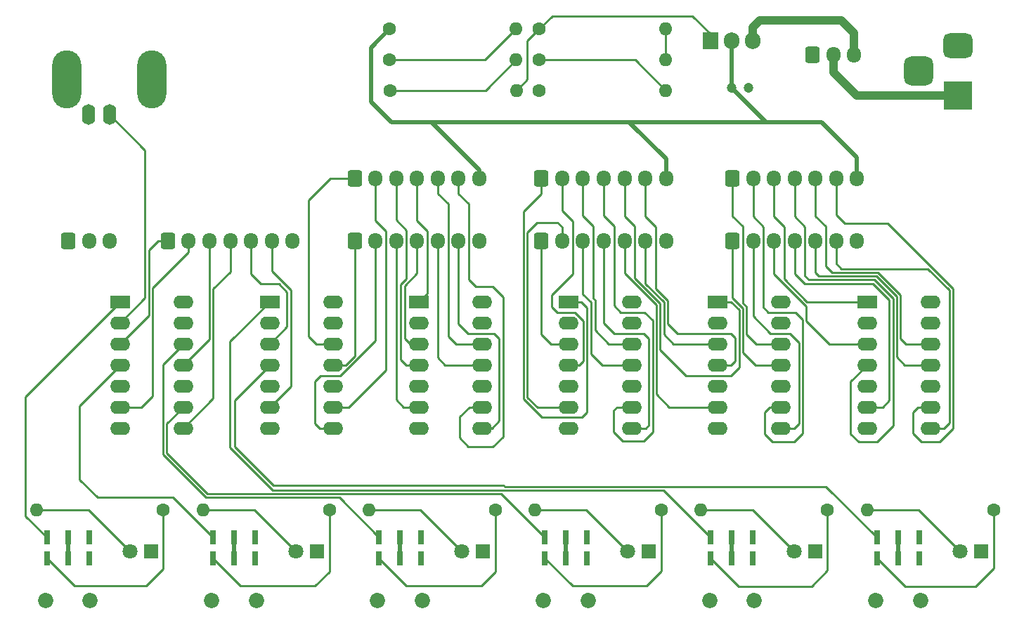
<source format=gbr>
%TF.GenerationSoftware,KiCad,Pcbnew,7.0.8*%
%TF.CreationDate,2024-02-11T23:31:44+01:00*%
%TF.ProjectId,BlankingRelay_Base,426c616e-6b69-46e6-9752-656c61795f42,rev?*%
%TF.SameCoordinates,Original*%
%TF.FileFunction,Copper,L1,Top*%
%TF.FilePolarity,Positive*%
%FSLAX46Y46*%
G04 Gerber Fmt 4.6, Leading zero omitted, Abs format (unit mm)*
G04 Created by KiCad (PCBNEW 7.0.8) date 2024-02-11 23:31:44*
%MOMM*%
%LPD*%
G01*
G04 APERTURE LIST*
G04 Aperture macros list*
%AMRoundRect*
0 Rectangle with rounded corners*
0 $1 Rounding radius*
0 $2 $3 $4 $5 $6 $7 $8 $9 X,Y pos of 4 corners*
0 Add a 4 corners polygon primitive as box body*
4,1,4,$2,$3,$4,$5,$6,$7,$8,$9,$2,$3,0*
0 Add four circle primitives for the rounded corners*
1,1,$1+$1,$2,$3*
1,1,$1+$1,$4,$5*
1,1,$1+$1,$6,$7*
1,1,$1+$1,$8,$9*
0 Add four rect primitives between the rounded corners*
20,1,$1+$1,$2,$3,$4,$5,0*
20,1,$1+$1,$4,$5,$6,$7,0*
20,1,$1+$1,$6,$7,$8,$9,0*
20,1,$1+$1,$8,$9,$2,$3,0*%
G04 Aperture macros list end*
%TA.AperFunction,ComponentPad*%
%ADD10RoundRect,0.250000X-0.600000X-0.725000X0.600000X-0.725000X0.600000X0.725000X-0.600000X0.725000X0*%
%TD*%
%TA.AperFunction,ComponentPad*%
%ADD11O,1.700000X1.950000*%
%TD*%
%TA.AperFunction,ComponentPad*%
%ADD12R,3.500000X3.500000*%
%TD*%
%TA.AperFunction,ComponentPad*%
%ADD13RoundRect,0.750000X-1.000000X0.750000X-1.000000X-0.750000X1.000000X-0.750000X1.000000X0.750000X0*%
%TD*%
%TA.AperFunction,ComponentPad*%
%ADD14RoundRect,0.875000X-0.875000X0.875000X-0.875000X-0.875000X0.875000X-0.875000X0.875000X0.875000X0*%
%TD*%
%TA.AperFunction,ComponentPad*%
%ADD15O,2.400000X1.600000*%
%TD*%
%TA.AperFunction,ComponentPad*%
%ADD16R,2.400000X1.600000*%
%TD*%
%TA.AperFunction,ComponentPad*%
%ADD17C,1.850000*%
%TD*%
%TA.AperFunction,ComponentPad*%
%ADD18R,0.750000X1.750000*%
%TD*%
%TA.AperFunction,ComponentPad*%
%ADD19O,1.600000X1.600000*%
%TD*%
%TA.AperFunction,ComponentPad*%
%ADD20C,1.600000*%
%TD*%
%TA.AperFunction,ComponentPad*%
%ADD21O,1.905000X2.000000*%
%TD*%
%TA.AperFunction,ComponentPad*%
%ADD22R,1.905000X2.000000*%
%TD*%
%TA.AperFunction,ComponentPad*%
%ADD23C,1.200000*%
%TD*%
%TA.AperFunction,ComponentPad*%
%ADD24C,1.800000*%
%TD*%
%TA.AperFunction,ComponentPad*%
%ADD25R,1.800000X1.800000*%
%TD*%
%TA.AperFunction,ComponentPad*%
%ADD26O,1.600200X2.499360*%
%TD*%
%TA.AperFunction,ComponentPad*%
%ADD27O,3.500120X7.000240*%
%TD*%
%TA.AperFunction,Conductor*%
%ADD28C,0.250000*%
%TD*%
%TA.AperFunction,Conductor*%
%ADD29C,0.500000*%
%TD*%
%TA.AperFunction,Conductor*%
%ADD30C,1.000000*%
%TD*%
G04 APERTURE END LIST*
D10*
%TO.P,J11,1,Pin_1*%
%TO.N,GNDREF*%
X55500000Y-77500000D03*
D11*
%TO.P,J11,2,Pin_2*%
X58000000Y-77500000D03*
%TO.P,J11,3,Pin_3*%
X60500000Y-77500000D03*
%TD*%
D10*
%TO.P,J6,1,Pin_1*%
%TO.N,Blanking_Out13*%
X112500000Y-77500000D03*
D11*
%TO.P,J6,2,Pin_2*%
%TO.N,Blanking_Out14*%
X115000000Y-77500000D03*
%TO.P,J6,3,Pin_3*%
%TO.N,Blanking_Out15*%
X117500000Y-77500000D03*
%TO.P,J6,4,Pin_4*%
%TO.N,Blanking_Out16*%
X120000000Y-77500000D03*
%TO.P,J6,5,Pin_5*%
%TO.N,Blanking_Out18*%
X122500000Y-77500000D03*
%TO.P,J6,6,Pin_6*%
%TO.N,Blanking_Out17*%
X125000000Y-77500000D03*
%TO.P,J6,7,Pin_7*%
%TO.N,GNDREF*%
X127500000Y-77500000D03*
%TD*%
%TO.P,J3,7,Pin_7*%
%TO.N,GNDREF*%
X82500000Y-77500000D03*
%TO.P,J3,6,Pin_6*%
%TO.N,Blanking_Out6*%
X80000000Y-77500000D03*
%TO.P,J3,5,Pin_5*%
%TO.N,Blanking_Out5*%
X77500000Y-77500000D03*
%TO.P,J3,4,Pin_4*%
%TO.N,Blanking_Out4*%
X75000000Y-77500000D03*
%TO.P,J3,3,Pin_3*%
%TO.N,Blanking_Out3*%
X72500000Y-77500000D03*
%TO.P,J3,2,Pin_2*%
%TO.N,Blanking_Out2*%
X70000000Y-77500000D03*
D10*
%TO.P,J3,1,Pin_1*%
%TO.N,Blanking_Out1*%
X67500000Y-77500000D03*
%TD*%
D12*
%TO.P,J10,1*%
%TO.N,Net-(J1-Pin_2)*%
X162650000Y-60000000D03*
D13*
%TO.P,J10,2*%
%TO.N,GNDREF*%
X162650000Y-54000000D03*
D14*
X157950000Y-57000000D03*
%TD*%
D15*
%TO.P,U6,14,VCC*%
%TO.N,5V*%
X159370000Y-84850000D03*
%TO.P,U6,13*%
%TO.N,Blanking_In*%
X159370000Y-87390000D03*
%TO.P,U6,12*%
%TO.N,On_23*%
X159370000Y-89930000D03*
%TO.P,U6,11*%
%TO.N,Blanking_Out23*%
X159370000Y-92470000D03*
%TO.P,U6,10*%
%TO.N,Blanking_In*%
X159370000Y-95010000D03*
%TO.P,U6,9*%
%TO.N,On_24*%
X159370000Y-97550000D03*
%TO.P,U6,8*%
%TO.N,Blanking_Out24*%
X159370000Y-100090000D03*
%TO.P,U6,7,GND*%
%TO.N,GNDREF*%
X151750000Y-100090000D03*
%TO.P,U6,6*%
%TO.N,Blanking_Out22*%
X151750000Y-97550000D03*
%TO.P,U6,5*%
%TO.N,Blanking_In*%
X151750000Y-95010000D03*
%TO.P,U6,4*%
%TO.N,On_22*%
X151750000Y-92470000D03*
%TO.P,U6,3*%
%TO.N,Blanking_Out21*%
X151750000Y-89930000D03*
%TO.P,U6,2*%
%TO.N,Blanking_In*%
X151750000Y-87390000D03*
D16*
%TO.P,U6,1*%
%TO.N,On_21*%
X151750000Y-84850000D03*
%TD*%
D15*
%TO.P,U4,14,VCC*%
%TO.N,5V*%
X123370000Y-84850000D03*
%TO.P,U4,13*%
%TO.N,Blanking_In*%
X123370000Y-87390000D03*
%TO.P,U4,12*%
%TO.N,On_15*%
X123370000Y-89930000D03*
%TO.P,U4,11*%
%TO.N,Blanking_Out15*%
X123370000Y-92470000D03*
%TO.P,U4,10*%
%TO.N,Blanking_In*%
X123370000Y-95010000D03*
%TO.P,U4,9*%
%TO.N,On_16*%
X123370000Y-97550000D03*
%TO.P,U4,8*%
%TO.N,Blanking_Out16*%
X123370000Y-100090000D03*
%TO.P,U4,7,GND*%
%TO.N,GNDREF*%
X115750000Y-100090000D03*
%TO.P,U4,6*%
%TO.N,Blanking_Out14*%
X115750000Y-97550000D03*
%TO.P,U4,5*%
%TO.N,Blanking_In*%
X115750000Y-95010000D03*
%TO.P,U4,4*%
%TO.N,On_14*%
X115750000Y-92470000D03*
%TO.P,U4,3*%
%TO.N,Blanking_Out13*%
X115750000Y-89930000D03*
%TO.P,U4,2*%
%TO.N,Blanking_In*%
X115750000Y-87390000D03*
D16*
%TO.P,U4,1*%
%TO.N,On_13*%
X115750000Y-84850000D03*
%TD*%
D10*
%TO.P,J4,1,Pin_1*%
%TO.N,Blanking_Out7*%
X90000000Y-77500000D03*
D11*
%TO.P,J4,2,Pin_2*%
%TO.N,Blanking_Out8*%
X92500000Y-77500000D03*
%TO.P,J4,3,Pin_3*%
%TO.N,Blanking_Out9*%
X95000000Y-77500000D03*
%TO.P,J4,4,Pin_4*%
%TO.N,Blanking_Out10*%
X97500000Y-77500000D03*
%TO.P,J4,5,Pin_5*%
%TO.N,Blanking_Out11*%
X100000000Y-77500000D03*
%TO.P,J4,6,Pin_6*%
%TO.N,Blanking_Out12*%
X102500000Y-77500000D03*
%TO.P,J4,7,Pin_7*%
%TO.N,GNDREF*%
X105000000Y-77500000D03*
%TD*%
D10*
%TO.P,J7,1,Pin_1*%
%TO.N,On_13*%
X112500000Y-70000000D03*
D11*
%TO.P,J7,2,Pin_2*%
%TO.N,On_14*%
X115000000Y-70000000D03*
%TO.P,J7,3,Pin_3*%
%TO.N,On_15*%
X117500000Y-70000000D03*
%TO.P,J7,4,Pin_4*%
%TO.N,On_16*%
X120000000Y-70000000D03*
%TO.P,J7,5,Pin_5*%
%TO.N,On_17*%
X122500000Y-70000000D03*
%TO.P,J7,6,Pin_6*%
%TO.N,On_18*%
X125000000Y-70000000D03*
%TO.P,J7,7,Pin_7*%
%TO.N,5V*%
X127500000Y-70000000D03*
%TD*%
D10*
%TO.P,J8,1,Pin_1*%
%TO.N,Blanking_Out19*%
X135500000Y-77500000D03*
D11*
%TO.P,J8,2,Pin_2*%
%TO.N,Blanking_Out20*%
X138000000Y-77500000D03*
%TO.P,J8,3,Pin_3*%
%TO.N,Blanking_Out21*%
X140500000Y-77500000D03*
%TO.P,J8,4,Pin_4*%
%TO.N,Blanking_Out22*%
X143000000Y-77500000D03*
%TO.P,J8,5,Pin_5*%
%TO.N,Blanking_Out23*%
X145500000Y-77500000D03*
%TO.P,J8,6,Pin_6*%
%TO.N,Blanking_Out24*%
X148000000Y-77500000D03*
%TO.P,J8,7,Pin_7*%
%TO.N,GNDREF*%
X150500000Y-77500000D03*
%TD*%
%TO.P,J5,7,Pin_7*%
%TO.N,5V*%
X105000000Y-70000000D03*
%TO.P,J5,6,Pin_6*%
%TO.N,On_12*%
X102500000Y-70000000D03*
%TO.P,J5,5,Pin_5*%
%TO.N,On_11*%
X100000000Y-70000000D03*
%TO.P,J5,4,Pin_4*%
%TO.N,On_10*%
X97500000Y-70000000D03*
%TO.P,J5,3,Pin_3*%
%TO.N,On_9*%
X95000000Y-70000000D03*
%TO.P,J5,2,Pin_2*%
%TO.N,On_8*%
X92500000Y-70000000D03*
D10*
%TO.P,J5,1,Pin_1*%
%TO.N,On_7*%
X90000000Y-70000000D03*
%TD*%
D15*
%TO.P,U5,14,VCC*%
%TO.N,5V*%
X141370000Y-84850000D03*
%TO.P,U5,13*%
%TO.N,Blanking_In*%
X141370000Y-87390000D03*
%TO.P,U5,12*%
%TO.N,On_19*%
X141370000Y-89930000D03*
%TO.P,U5,11*%
%TO.N,Blanking_Out19*%
X141370000Y-92470000D03*
%TO.P,U5,10*%
%TO.N,Blanking_In*%
X141370000Y-95010000D03*
%TO.P,U5,9*%
%TO.N,On_20*%
X141370000Y-97550000D03*
%TO.P,U5,8*%
%TO.N,Blanking_Out20*%
X141370000Y-100090000D03*
%TO.P,U5,7,GND*%
%TO.N,GNDREF*%
X133750000Y-100090000D03*
%TO.P,U5,6*%
%TO.N,Blanking_Out18*%
X133750000Y-97550000D03*
%TO.P,U5,5*%
%TO.N,Blanking_In*%
X133750000Y-95010000D03*
%TO.P,U5,4*%
%TO.N,On_18*%
X133750000Y-92470000D03*
%TO.P,U5,3*%
%TO.N,Blanking_Out17*%
X133750000Y-89930000D03*
%TO.P,U5,2*%
%TO.N,Blanking_In*%
X133750000Y-87390000D03*
D16*
%TO.P,U5,1*%
%TO.N,On_17*%
X133750000Y-84850000D03*
%TD*%
D15*
%TO.P,U2,14,VCC*%
%TO.N,5V*%
X87370000Y-84850000D03*
%TO.P,U2,13*%
%TO.N,Blanking_In*%
X87370000Y-87390000D03*
%TO.P,U2,12*%
%TO.N,On_7*%
X87370000Y-89930000D03*
%TO.P,U2,11*%
%TO.N,Blanking_Out7*%
X87370000Y-92470000D03*
%TO.P,U2,10*%
%TO.N,Blanking_In*%
X87370000Y-95010000D03*
%TO.P,U2,9*%
%TO.N,On_8*%
X87370000Y-97550000D03*
%TO.P,U2,8*%
%TO.N,Blanking_Out8*%
X87370000Y-100090000D03*
%TO.P,U2,7,GND*%
%TO.N,GNDREF*%
X79750000Y-100090000D03*
%TO.P,U2,6*%
%TO.N,Blanking_Out6*%
X79750000Y-97550000D03*
%TO.P,U2,5*%
%TO.N,Blanking_In*%
X79750000Y-95010000D03*
%TO.P,U2,4*%
%TO.N,On_6*%
X79750000Y-92470000D03*
%TO.P,U2,3*%
%TO.N,Blanking_Out5*%
X79750000Y-89930000D03*
%TO.P,U2,2*%
%TO.N,Blanking_In*%
X79750000Y-87390000D03*
D16*
%TO.P,U2,1*%
%TO.N,On_5*%
X79750000Y-84850000D03*
%TD*%
D15*
%TO.P,U1,14,VCC*%
%TO.N,5V*%
X69370000Y-84850000D03*
%TO.P,U1,13*%
%TO.N,Blanking_In*%
X69370000Y-87390000D03*
%TO.P,U1,12*%
%TO.N,On_3*%
X69370000Y-89930000D03*
%TO.P,U1,11*%
%TO.N,Blanking_Out3*%
X69370000Y-92470000D03*
%TO.P,U1,10*%
%TO.N,Blanking_In*%
X69370000Y-95010000D03*
%TO.P,U1,9*%
%TO.N,On_4*%
X69370000Y-97550000D03*
%TO.P,U1,8*%
%TO.N,Blanking_Out4*%
X69370000Y-100090000D03*
%TO.P,U1,7,GND*%
%TO.N,GNDREF*%
X61750000Y-100090000D03*
%TO.P,U1,6*%
%TO.N,Blanking_Out2*%
X61750000Y-97550000D03*
%TO.P,U1,5*%
%TO.N,Blanking_In*%
X61750000Y-95010000D03*
%TO.P,U1,4*%
%TO.N,On_2*%
X61750000Y-92470000D03*
%TO.P,U1,3*%
%TO.N,Blanking_Out1*%
X61750000Y-89930000D03*
%TO.P,U1,2*%
%TO.N,Blanking_In*%
X61750000Y-87390000D03*
D16*
%TO.P,U1,1*%
%TO.N,On_1*%
X61750000Y-84850000D03*
%TD*%
D17*
%TO.P,Switch4,*%
%TO.N,*%
X118150000Y-120850000D03*
X112750000Y-120850000D03*
D18*
%TO.P,Switch4,6,C*%
%TO.N,unconnected-(Switch4-C-Pad6)*%
X117990000Y-115770000D03*
%TO.P,Switch4,5,B*%
%TO.N,5V*%
X115450000Y-115770000D03*
%TO.P,Switch4,4,A*%
%TO.N,Net-(R4-Pad1)*%
X112910000Y-115770000D03*
%TO.P,Switch4,3,C*%
%TO.N,unconnected-(Switch4-C-Pad3)*%
X117990000Y-113230000D03*
%TO.P,Switch4,2,B*%
%TO.N,5V*%
X115450000Y-113230000D03*
%TO.P,Switch4,1,A*%
%TO.N,On_4*%
X112910000Y-113230000D03*
%TD*%
D19*
%TO.P,R6,2*%
%TO.N,Net-(D6-A)*%
X151710000Y-109950000D03*
D20*
%TO.P,R6,1*%
%TO.N,Net-(R6-Pad1)*%
X166950000Y-109950000D03*
%TD*%
D21*
%TO.P,U7,3,VI*%
%TO.N,+12V*%
X137950000Y-53350000D03*
%TO.P,U7,2,VO*%
%TO.N,5V*%
X135410000Y-53350000D03*
D22*
%TO.P,U7,1,ADJ*%
%TO.N,Net-(U7-ADJ)*%
X132870000Y-53350000D03*
%TD*%
D19*
%TO.P,R12,2*%
%TO.N,Net-(R10-Pad1)*%
X109430000Y-51950000D03*
D20*
%TO.P,R12,1*%
%TO.N,5V*%
X94190000Y-51950000D03*
%TD*%
D19*
%TO.P,R11,2*%
%TO.N,Net-(R11-Pad2)*%
X127470000Y-59350000D03*
D20*
%TO.P,R11,1*%
%TO.N,GNDREF*%
X112230000Y-59350000D03*
%TD*%
D19*
%TO.P,R10,2*%
%TO.N,Net-(R10-Pad2)*%
X109450000Y-55650000D03*
D20*
%TO.P,R10,1*%
%TO.N,Net-(R10-Pad1)*%
X94210000Y-55650000D03*
%TD*%
%TO.P,R9,1*%
%TO.N,Net-(R11-Pad2)*%
X112230000Y-55650000D03*
D19*
%TO.P,R9,2*%
%TO.N,Net-(R7-Pad2)*%
X127470000Y-55650000D03*
%TD*%
%TO.P,R8,2*%
%TO.N,Net-(U7-ADJ)*%
X109470000Y-59350000D03*
D20*
%TO.P,R8,1*%
%TO.N,Net-(R10-Pad2)*%
X94230000Y-59350000D03*
%TD*%
%TO.P,R7,1*%
%TO.N,Net-(U7-ADJ)*%
X112230000Y-51950000D03*
D19*
%TO.P,R7,2*%
%TO.N,Net-(R7-Pad2)*%
X127470000Y-51950000D03*
%TD*%
D11*
%TO.P,J1,3,Pin_3*%
%TO.N,+12V*%
X150150000Y-55050000D03*
%TO.P,J1,2,Pin_2*%
%TO.N,Net-(J1-Pin_2)*%
X147650000Y-55050000D03*
D10*
%TO.P,J1,1,Pin_1*%
%TO.N,GNDREF*%
X145150000Y-55050000D03*
%TD*%
D23*
%TO.P,C1,2*%
%TO.N,GNDREF*%
X137400000Y-59050000D03*
%TO.P,C1,1*%
%TO.N,5V*%
X135400000Y-59050000D03*
%TD*%
D20*
%TO.P,R2,1*%
%TO.N,Net-(R2-Pad1)*%
X86950000Y-109950000D03*
D19*
%TO.P,R2,2*%
%TO.N,Net-(D2-A)*%
X71710000Y-109950000D03*
%TD*%
D24*
%TO.P,D2,2,A*%
%TO.N,Net-(D2-A)*%
X82910000Y-114950000D03*
D25*
%TO.P,D2,1,K*%
%TO.N,GNDREF*%
X85450000Y-114950000D03*
%TD*%
D17*
%TO.P,Switch5,*%
%TO.N,*%
X138150000Y-120850000D03*
X132750000Y-120850000D03*
D18*
%TO.P,Switch5,6,C*%
%TO.N,unconnected-(Switch5-C-Pad6)*%
X137990000Y-115770000D03*
%TO.P,Switch5,5,B*%
%TO.N,5V*%
X135450000Y-115770000D03*
%TO.P,Switch5,4,A*%
%TO.N,Net-(R5-Pad1)*%
X132910000Y-115770000D03*
%TO.P,Switch5,3,C*%
%TO.N,unconnected-(Switch5-C-Pad3)*%
X137990000Y-113230000D03*
%TO.P,Switch5,2,B*%
%TO.N,5V*%
X135450000Y-113230000D03*
%TO.P,Switch5,1,A*%
%TO.N,On_5*%
X132910000Y-113230000D03*
%TD*%
D24*
%TO.P,D5,2,A*%
%TO.N,Net-(D5-A)*%
X142910000Y-114950000D03*
D25*
%TO.P,D5,1,K*%
%TO.N,GNDREF*%
X145450000Y-114950000D03*
%TD*%
D24*
%TO.P,D6,2,A*%
%TO.N,Net-(D6-A)*%
X162910000Y-114950000D03*
D25*
%TO.P,D6,1,K*%
%TO.N,GNDREF*%
X165450000Y-114950000D03*
%TD*%
D26*
%TO.P,J2,1,In*%
%TO.N,Blanking_In*%
X60450000Y-62301050D03*
%TO.P,J2,2,Ext*%
%TO.N,GNDREF*%
X57950640Y-62301050D03*
D27*
X65550320Y-58036390D03*
X55352220Y-58036390D03*
%TD*%
D17*
%TO.P,Switch2,*%
%TO.N,*%
X78150000Y-120850000D03*
X72750000Y-120850000D03*
D18*
%TO.P,Switch2,6,C*%
%TO.N,unconnected-(Switch2-C-Pad6)*%
X77990000Y-115770000D03*
%TO.P,Switch2,5,B*%
%TO.N,5V*%
X75450000Y-115770000D03*
%TO.P,Switch2,4,A*%
%TO.N,Net-(R2-Pad1)*%
X72910000Y-115770000D03*
%TO.P,Switch2,3,C*%
%TO.N,unconnected-(Switch2-C-Pad3)*%
X77990000Y-113230000D03*
%TO.P,Switch2,2,B*%
%TO.N,5V*%
X75450000Y-113230000D03*
%TO.P,Switch2,1,A*%
%TO.N,On_2*%
X72910000Y-113230000D03*
%TD*%
D17*
%TO.P,Switch3,*%
%TO.N,*%
X98150000Y-120850000D03*
X92750000Y-120850000D03*
D18*
%TO.P,Switch3,6,C*%
%TO.N,unconnected-(Switch3-C-Pad6)*%
X97990000Y-115770000D03*
%TO.P,Switch3,5,B*%
%TO.N,5V*%
X95450000Y-115770000D03*
%TO.P,Switch3,4,A*%
%TO.N,Net-(R3-Pad1)*%
X92910000Y-115770000D03*
%TO.P,Switch3,3,C*%
%TO.N,unconnected-(Switch3-C-Pad3)*%
X97990000Y-113230000D03*
%TO.P,Switch3,2,B*%
%TO.N,5V*%
X95450000Y-113230000D03*
%TO.P,Switch3,1,A*%
%TO.N,On_3*%
X92910000Y-113230000D03*
%TD*%
D20*
%TO.P,R4,1*%
%TO.N,Net-(R4-Pad1)*%
X126950000Y-109950000D03*
D19*
%TO.P,R4,2*%
%TO.N,Net-(D4-A)*%
X111710000Y-109950000D03*
%TD*%
%TO.P,R3,2*%
%TO.N,Net-(D3-A)*%
X91710000Y-109950000D03*
D20*
%TO.P,R3,1*%
%TO.N,Net-(R3-Pad1)*%
X106950000Y-109950000D03*
%TD*%
D24*
%TO.P,D1,2,A*%
%TO.N,Net-(D1-A)*%
X62910000Y-114950000D03*
D25*
%TO.P,D1,1,K*%
%TO.N,GNDREF*%
X65450000Y-114950000D03*
%TD*%
D19*
%TO.P,R5,2*%
%TO.N,Net-(D5-A)*%
X131710000Y-109950000D03*
D20*
%TO.P,R5,1*%
%TO.N,Net-(R5-Pad1)*%
X146950000Y-109950000D03*
%TD*%
D17*
%TO.P,Switch1,*%
%TO.N,*%
X58150000Y-120850000D03*
X52750000Y-120850000D03*
D18*
%TO.P,Switch1,6,C*%
%TO.N,unconnected-(Switch1-C-Pad6)*%
X57990000Y-115770000D03*
%TO.P,Switch1,5,B*%
%TO.N,5V*%
X55450000Y-115770000D03*
%TO.P,Switch1,4,A*%
%TO.N,Net-(R1-Pad1)*%
X52910000Y-115770000D03*
%TO.P,Switch1,3,C*%
%TO.N,unconnected-(Switch1-C-Pad3)*%
X57990000Y-113230000D03*
%TO.P,Switch1,2,B*%
%TO.N,5V*%
X55450000Y-113230000D03*
%TO.P,Switch1,1,A*%
%TO.N,On_1*%
X52910000Y-113230000D03*
%TD*%
D10*
%TO.P,J9,1,Pin_1*%
%TO.N,On_19*%
X135500000Y-70000000D03*
D11*
%TO.P,J9,2,Pin_2*%
%TO.N,On_20*%
X138000000Y-70000000D03*
%TO.P,J9,3,Pin_3*%
%TO.N,On_21*%
X140500000Y-70000000D03*
%TO.P,J9,4,Pin_4*%
%TO.N,On_22*%
X143000000Y-70000000D03*
%TO.P,J9,5,Pin_5*%
%TO.N,On_23*%
X145500000Y-70000000D03*
%TO.P,J9,6,Pin_6*%
%TO.N,On_24*%
X148000000Y-70000000D03*
%TO.P,J9,7,Pin_7*%
%TO.N,5V*%
X150500000Y-70000000D03*
%TD*%
D24*
%TO.P,D4,2,A*%
%TO.N,Net-(D4-A)*%
X122910000Y-114950000D03*
D25*
%TO.P,D4,1,K*%
%TO.N,GNDREF*%
X125450000Y-114950000D03*
%TD*%
D17*
%TO.P,Switch6,*%
%TO.N,*%
X158150000Y-120850000D03*
X152750000Y-120850000D03*
D18*
%TO.P,Switch6,6,C*%
%TO.N,unconnected-(Switch6-C-Pad6)*%
X157990000Y-115770000D03*
%TO.P,Switch6,5,B*%
%TO.N,5V*%
X155450000Y-115770000D03*
%TO.P,Switch6,4,A*%
%TO.N,Net-(R6-Pad1)*%
X152910000Y-115770000D03*
%TO.P,Switch6,3,C*%
%TO.N,unconnected-(Switch6-C-Pad3)*%
X157990000Y-113230000D03*
%TO.P,Switch6,2,B*%
%TO.N,5V*%
X155450000Y-113230000D03*
%TO.P,Switch6,1,A*%
%TO.N,On_6*%
X152910000Y-113230000D03*
%TD*%
D24*
%TO.P,D3,2,A*%
%TO.N,Net-(D3-A)*%
X102910000Y-114950000D03*
D25*
%TO.P,D3,1,K*%
%TO.N,GNDREF*%
X105450000Y-114950000D03*
%TD*%
D15*
%TO.P,U3,14,VCC*%
%TO.N,5V*%
X105370000Y-84850000D03*
%TO.P,U3,13*%
%TO.N,Blanking_In*%
X105370000Y-87390000D03*
%TO.P,U3,12*%
%TO.N,On_11*%
X105370000Y-89930000D03*
%TO.P,U3,11*%
%TO.N,Blanking_Out11*%
X105370000Y-92470000D03*
%TO.P,U3,10*%
%TO.N,Blanking_In*%
X105370000Y-95010000D03*
%TO.P,U3,9*%
%TO.N,On_12*%
X105370000Y-97550000D03*
%TO.P,U3,8*%
%TO.N,Blanking_Out12*%
X105370000Y-100090000D03*
%TO.P,U3,7,GND*%
%TO.N,GNDREF*%
X97750000Y-100090000D03*
%TO.P,U3,6*%
%TO.N,Blanking_Out9*%
X97750000Y-97550000D03*
%TO.P,U3,5*%
%TO.N,Blanking_In*%
X97750000Y-95010000D03*
%TO.P,U3,4*%
%TO.N,On_9*%
X97750000Y-92470000D03*
%TO.P,U3,3*%
%TO.N,Blanking_Out10*%
X97750000Y-89930000D03*
%TO.P,U3,2*%
%TO.N,Blanking_In*%
X97750000Y-87390000D03*
D16*
%TO.P,U3,1*%
%TO.N,On_10*%
X97750000Y-84850000D03*
%TD*%
D20*
%TO.P,R1,1*%
%TO.N,Net-(R1-Pad1)*%
X66950000Y-109950000D03*
D19*
%TO.P,R1,2*%
%TO.N,Net-(D1-A)*%
X51710000Y-109950000D03*
%TD*%
D28*
%TO.N,Net-(D1-A)*%
X57910000Y-109950000D02*
X51710000Y-109950000D01*
X62910000Y-114950000D02*
X57910000Y-109950000D01*
%TO.N,Net-(R1-Pad1)*%
X66950000Y-117050000D02*
X66950000Y-109950000D01*
X64900000Y-119100000D02*
X66950000Y-117050000D01*
X56240000Y-119100000D02*
X64900000Y-119100000D01*
X52910000Y-115770000D02*
X56240000Y-119100000D01*
%TO.N,On_24*%
X157850000Y-97550000D02*
X159370000Y-97550000D01*
X157250000Y-98150000D02*
X157850000Y-97550000D01*
X162100000Y-83263604D02*
X162100000Y-100100000D01*
X158250000Y-101700000D02*
X157250000Y-100700000D01*
X154186396Y-75350000D02*
X162100000Y-83263604D01*
X157250000Y-100700000D02*
X157250000Y-98150000D01*
X149000000Y-75350000D02*
X154186396Y-75350000D01*
X162100000Y-100100000D02*
X160500000Y-101700000D01*
X148000000Y-74350000D02*
X149000000Y-75350000D01*
X148000000Y-70000000D02*
X148000000Y-74350000D01*
X160500000Y-101700000D02*
X158250000Y-101700000D01*
%TO.N,Blanking_Out24*%
X161650000Y-83450000D02*
X159050000Y-80850000D01*
X161650000Y-99400000D02*
X161650000Y-83450000D01*
X159050000Y-80850000D02*
X148650000Y-80850000D01*
X160960000Y-100090000D02*
X161650000Y-99400000D01*
X159370000Y-100090000D02*
X160960000Y-100090000D01*
X148650000Y-80850000D02*
X148000000Y-80200000D01*
X148000000Y-80200000D02*
X148000000Y-77500000D01*
%TO.N,Blanking_Out23*%
X145900000Y-81750000D02*
X145500000Y-81350000D01*
X155300000Y-91500000D02*
X155300000Y-84227208D01*
X152822792Y-81750000D02*
X145900000Y-81750000D01*
X156270000Y-92470000D02*
X155300000Y-91500000D01*
X145500000Y-81350000D02*
X145500000Y-77500000D01*
X159370000Y-92470000D02*
X156270000Y-92470000D01*
X155300000Y-84227208D02*
X152822792Y-81750000D01*
%TO.N,Blanking_Out22*%
X143000000Y-81450000D02*
X143000000Y-77500000D01*
X152450000Y-82650000D02*
X144200000Y-82650000D01*
X154400000Y-84600000D02*
X152450000Y-82650000D01*
X144200000Y-82650000D02*
X143000000Y-81450000D01*
X154400000Y-96750000D02*
X154400000Y-84600000D01*
X151750000Y-97550000D02*
X153600000Y-97550000D01*
X153600000Y-97550000D02*
X154400000Y-96750000D01*
%TO.N,Blanking_Out21*%
X140500000Y-81500000D02*
X140500000Y-77500000D01*
X144400000Y-87136396D02*
X144400000Y-85400000D01*
X147193604Y-89930000D02*
X144400000Y-87136396D01*
X144400000Y-85400000D02*
X140500000Y-81500000D01*
X151750000Y-89930000D02*
X147193604Y-89930000D01*
%TO.N,Blanking_Out20*%
X140050000Y-88650000D02*
X138000000Y-86600000D01*
X142400000Y-88650000D02*
X140050000Y-88650000D01*
X143500000Y-89750000D02*
X142400000Y-88650000D01*
X138000000Y-86600000D02*
X138000000Y-77500000D01*
X143500000Y-99550000D02*
X143500000Y-89750000D01*
X142960000Y-100090000D02*
X143500000Y-99550000D01*
X141370000Y-100090000D02*
X142960000Y-100090000D01*
%TO.N,Blanking_Out19*%
X136750000Y-85613604D02*
X135500000Y-84363604D01*
X138270000Y-92470000D02*
X136750000Y-90950000D01*
X135500000Y-84363604D02*
X135500000Y-77500000D01*
X141370000Y-92470000D02*
X138270000Y-92470000D01*
X136750000Y-90950000D02*
X136750000Y-85613604D01*
%TO.N,Blanking_Out17*%
X127250000Y-88800000D02*
X128400000Y-89950000D01*
X128400000Y-89950000D02*
X128420000Y-89930000D01*
X127250000Y-84877208D02*
X127250000Y-88800000D01*
X128420000Y-89930000D02*
X133750000Y-89930000D01*
X125000000Y-82627208D02*
X127250000Y-84877208D01*
X125000000Y-77500000D02*
X125000000Y-82627208D01*
%TO.N,Blanking_Out18*%
X127900000Y-97550000D02*
X133750000Y-97550000D01*
X126350000Y-85250000D02*
X126350000Y-96000000D01*
X122500000Y-81400000D02*
X126350000Y-85250000D01*
X122500000Y-77500000D02*
X122500000Y-81400000D01*
X126350000Y-96000000D02*
X127900000Y-97550000D01*
%TO.N,Blanking_Out16*%
X125450000Y-89300000D02*
X125450000Y-99700000D01*
X124800000Y-88650000D02*
X125450000Y-89300000D01*
X125060000Y-100090000D02*
X123370000Y-100090000D01*
X121250000Y-88650000D02*
X124800000Y-88650000D01*
X120000000Y-87400000D02*
X121250000Y-88650000D01*
X120000000Y-77500000D02*
X120000000Y-87400000D01*
X125450000Y-99700000D02*
X125060000Y-100090000D01*
%TO.N,Blanking_Out15*%
X117500000Y-83900000D02*
X118450000Y-84850000D01*
X118450000Y-91100000D02*
X119820000Y-92470000D01*
X119820000Y-92470000D02*
X123370000Y-92470000D01*
X117500000Y-77500000D02*
X117500000Y-83900000D01*
X118450000Y-84850000D02*
X118450000Y-91100000D01*
%TO.N,Blanking_Out13*%
X112500000Y-88800000D02*
X112500000Y-77500000D01*
X113630000Y-89930000D02*
X112500000Y-88800000D01*
X115750000Y-89930000D02*
X113630000Y-89930000D01*
%TO.N,Blanking_Out14*%
X115000000Y-75850000D02*
X115000000Y-77500000D01*
X114450000Y-75300000D02*
X115000000Y-75850000D01*
X111950000Y-75300000D02*
X114450000Y-75300000D01*
X110800000Y-76450000D02*
X111950000Y-75300000D01*
X110800000Y-79150000D02*
X110800000Y-76450000D01*
X110800000Y-79150000D02*
X110800000Y-78200000D01*
X110800000Y-96350000D02*
X110800000Y-79150000D01*
%TO.N,Blanking_Out12*%
X107400000Y-89300000D02*
X106750000Y-88650000D01*
X102500000Y-87500000D02*
X102500000Y-77500000D01*
X107400000Y-99200000D02*
X107400000Y-89300000D01*
X106750000Y-88650000D02*
X103650000Y-88650000D01*
X103650000Y-88650000D02*
X102500000Y-87500000D01*
X106510000Y-100090000D02*
X107400000Y-99200000D01*
X105370000Y-100090000D02*
X106510000Y-100090000D01*
%TO.N,Blanking_Out11*%
X100870000Y-92470000D02*
X100000000Y-91600000D01*
X100000000Y-91600000D02*
X100000000Y-77500000D01*
X105370000Y-92470000D02*
X100870000Y-92470000D01*
%TO.N,On_10*%
X97500000Y-75050000D02*
X97500000Y-70000000D01*
X98750000Y-76300000D02*
X97500000Y-75050000D01*
X98750000Y-83850000D02*
X98750000Y-76300000D01*
X97750000Y-84850000D02*
X98750000Y-83850000D01*
%TO.N,Blanking_Out10*%
X96000000Y-82936396D02*
X96000000Y-89250000D01*
X96000000Y-89250000D02*
X96680000Y-89930000D01*
X97500000Y-81436396D02*
X96000000Y-82936396D01*
X97500000Y-77500000D02*
X97500000Y-81436396D01*
X96680000Y-89930000D02*
X97750000Y-89930000D01*
%TO.N,Blanking_Out9*%
X95900000Y-97550000D02*
X97750000Y-97550000D01*
X95000000Y-96650000D02*
X95900000Y-97550000D01*
X95000000Y-77500000D02*
X95000000Y-96650000D01*
%TO.N,On_9*%
X96225000Y-76225000D02*
X95000000Y-75000000D01*
X96225000Y-82075000D02*
X96225000Y-76225000D01*
X95550000Y-82750000D02*
X96225000Y-82075000D01*
X96200000Y-92470000D02*
X95550000Y-91820000D01*
X95550000Y-91820000D02*
X95550000Y-82750000D01*
X95000000Y-75000000D02*
X95000000Y-70000000D01*
X97750000Y-92470000D02*
X96200000Y-92470000D01*
%TO.N,On_8*%
X93750000Y-76300000D02*
X92500000Y-75050000D01*
X93750000Y-93100000D02*
X93750000Y-76300000D01*
X92500000Y-75050000D02*
X92500000Y-70000000D01*
X89300000Y-97550000D02*
X93750000Y-93100000D01*
X87370000Y-97550000D02*
X89300000Y-97550000D01*
%TO.N,Blanking_Out8*%
X85200000Y-99500000D02*
X85790000Y-100090000D01*
X85850000Y-93750000D02*
X85200000Y-94400000D01*
X88286396Y-93750000D02*
X85850000Y-93750000D01*
X92500000Y-89536396D02*
X88286396Y-93750000D01*
X85200000Y-94400000D02*
X85200000Y-99500000D01*
X85790000Y-100090000D02*
X87370000Y-100090000D01*
X92500000Y-77500000D02*
X92500000Y-89536396D01*
%TO.N,Blanking_Out7*%
X88930000Y-92470000D02*
X87370000Y-92470000D01*
X90000000Y-91400000D02*
X88930000Y-92470000D01*
X90000000Y-77500000D02*
X90000000Y-91400000D01*
%TO.N,Blanking_Out6*%
X82300000Y-95000000D02*
X79750000Y-97550000D01*
X82300000Y-83463604D02*
X82300000Y-95000000D01*
X80000000Y-81163604D02*
X82300000Y-83463604D01*
X80000000Y-77500000D02*
X80000000Y-81163604D01*
%TO.N,Blanking_Out5*%
X80850000Y-82650000D02*
X81850000Y-83650000D01*
X81850000Y-83650000D02*
X81850000Y-87830000D01*
X78650000Y-82650000D02*
X80850000Y-82650000D01*
X77500000Y-81500000D02*
X78650000Y-82650000D01*
X77500000Y-77500000D02*
X77500000Y-81500000D01*
X81850000Y-87830000D02*
X79750000Y-89930000D01*
%TO.N,Blanking_Out4*%
X72950000Y-96510000D02*
X69370000Y-100090000D01*
X72950000Y-83300000D02*
X72950000Y-96510000D01*
X75000000Y-81250000D02*
X72950000Y-83300000D01*
X75000000Y-77500000D02*
X75000000Y-81250000D01*
%TO.N,Blanking_Out3*%
X72500000Y-77500000D02*
X72500000Y-89340000D01*
X72500000Y-89340000D02*
X69370000Y-92470000D01*
%TO.N,Blanking_Out2*%
X65665000Y-83185000D02*
X65665000Y-96185000D01*
X65665000Y-96185000D02*
X64300000Y-97550000D01*
X70000000Y-78850000D02*
X65665000Y-83185000D01*
X64300000Y-97550000D02*
X61750000Y-97550000D01*
X70000000Y-77500000D02*
X70000000Y-78850000D01*
%TO.N,Blanking_Out1*%
X65215000Y-80750000D02*
X65215000Y-78585000D01*
X65215000Y-80750000D02*
X65215000Y-86465000D01*
X66300000Y-77500000D02*
X67500000Y-77500000D01*
X65215000Y-79815000D02*
X65215000Y-80750000D01*
X65215000Y-78585000D02*
X66300000Y-77500000D01*
%TO.N,On_13*%
X117300000Y-84850000D02*
X115750000Y-84850000D01*
X118000000Y-98150000D02*
X118000000Y-85550000D01*
X117400000Y-98750000D02*
X118000000Y-98150000D01*
X110350000Y-73954142D02*
X110350000Y-96536396D01*
X110350000Y-96536396D02*
X112563604Y-98750000D01*
X118000000Y-85550000D02*
X117300000Y-84850000D01*
X112500000Y-71804142D02*
X110350000Y-73954142D01*
X112563604Y-98750000D02*
X117400000Y-98750000D01*
X112500000Y-70000000D02*
X112500000Y-71804142D01*
%TO.N,On_14*%
X117030000Y-92470000D02*
X115750000Y-92470000D01*
X117550000Y-91950000D02*
X117030000Y-92470000D01*
X117550000Y-87150000D02*
X117550000Y-91950000D01*
X114400000Y-86150000D02*
X116550000Y-86150000D01*
X113750000Y-85500000D02*
X114400000Y-86150000D01*
X116250000Y-81500000D02*
X113750000Y-84000000D01*
X115000000Y-73900000D02*
X116250000Y-75150000D01*
X116250000Y-75150000D02*
X116250000Y-81500000D01*
X115000000Y-70000000D02*
X115000000Y-73900000D01*
X116550000Y-86150000D02*
X117550000Y-87150000D01*
X113750000Y-84000000D02*
X113750000Y-85500000D01*
%TO.N,On_15*%
X118950000Y-84650000D02*
X118950000Y-88250000D01*
X118950000Y-88250000D02*
X120630000Y-89930000D01*
X120630000Y-89930000D02*
X123370000Y-89930000D01*
X118750000Y-75700000D02*
X118750000Y-84450000D01*
X118750000Y-84450000D02*
X118950000Y-84650000D01*
X117500000Y-74450000D02*
X118750000Y-75700000D01*
X117500000Y-70000000D02*
X117500000Y-74450000D01*
%TO.N,On_16*%
X121600000Y-97550000D02*
X123370000Y-97550000D01*
X121200000Y-97950000D02*
X121600000Y-97550000D01*
X121200000Y-100550000D02*
X121200000Y-97950000D01*
X122250000Y-101600000D02*
X121200000Y-100550000D01*
X124850000Y-101600000D02*
X122250000Y-101600000D01*
X125900000Y-87050000D02*
X125900000Y-100550000D01*
X121250000Y-85300000D02*
X122050000Y-86100000D01*
X124950000Y-86100000D02*
X125900000Y-87050000D01*
X125900000Y-100550000D02*
X124850000Y-101600000D01*
X120000000Y-74450000D02*
X121250000Y-75700000D01*
X121250000Y-75700000D02*
X121250000Y-85300000D01*
X120000000Y-70000000D02*
X120000000Y-74450000D01*
X122050000Y-86100000D02*
X124950000Y-86100000D01*
%TO.N,On_17*%
X136300000Y-85800000D02*
X135350000Y-84850000D01*
X136300000Y-92750000D02*
X136300000Y-85800000D01*
X129900000Y-93750000D02*
X135300000Y-93750000D01*
X126800000Y-90650000D02*
X129900000Y-93750000D01*
X126800000Y-85063604D02*
X126800000Y-90650000D01*
X123750000Y-75750000D02*
X123750000Y-82013604D01*
X135300000Y-93750000D02*
X136300000Y-92750000D01*
X122500000Y-74500000D02*
X123750000Y-75750000D01*
X135350000Y-84850000D02*
X133750000Y-84850000D01*
X122500000Y-70000000D02*
X122500000Y-74500000D01*
X123750000Y-82013604D02*
X126800000Y-85063604D01*
%TO.N,On_18*%
X135330000Y-92470000D02*
X133750000Y-92470000D01*
X135850000Y-91950000D02*
X135330000Y-92470000D01*
X135850000Y-89200000D02*
X135850000Y-91950000D01*
X127700000Y-87500000D02*
X128850000Y-88650000D01*
X128850000Y-88650000D02*
X135300000Y-88650000D01*
X127700000Y-84690812D02*
X127700000Y-87500000D01*
X126250000Y-75800000D02*
X126250000Y-83240812D01*
X135300000Y-88650000D02*
X135850000Y-89200000D01*
X125000000Y-74550000D02*
X126250000Y-75800000D01*
X126250000Y-83240812D02*
X127700000Y-84690812D01*
X125000000Y-70000000D02*
X125000000Y-74550000D01*
D29*
%TO.N,5V*%
X127500000Y-67600000D02*
X123150000Y-63250000D01*
X123150000Y-63250000D02*
X123150000Y-63200000D01*
X123150000Y-63200000D02*
X121750000Y-63200000D01*
X133050000Y-63200000D02*
X123150000Y-63200000D01*
X127500000Y-70000000D02*
X127500000Y-67600000D01*
X127500000Y-68950000D02*
X127500000Y-70000000D01*
D28*
%TO.N,On_19*%
X138380000Y-89930000D02*
X141370000Y-89930000D01*
X137200000Y-85427208D02*
X137200000Y-88750000D01*
X136750000Y-84977208D02*
X137200000Y-85427208D01*
X137200000Y-88750000D02*
X138380000Y-89930000D01*
X135500000Y-74500000D02*
X136750000Y-75750000D01*
X135500000Y-70000000D02*
X135500000Y-74500000D01*
X136750000Y-75750000D02*
X136750000Y-84977208D01*
%TO.N,On_20*%
X139350000Y-98200000D02*
X140000000Y-97550000D01*
X139350000Y-100750000D02*
X139350000Y-98200000D01*
X140300000Y-101700000D02*
X139350000Y-100750000D01*
X142950000Y-101700000D02*
X140300000Y-101700000D01*
X143950000Y-100700000D02*
X142950000Y-101700000D01*
X140000000Y-97550000D02*
X141370000Y-97550000D01*
X143100000Y-86100000D02*
X143950000Y-86950000D01*
X139250000Y-85500000D02*
X139850000Y-86100000D01*
X139250000Y-75800000D02*
X139250000Y-85500000D01*
X143950000Y-86950000D02*
X143950000Y-100700000D01*
X138000000Y-74550000D02*
X139250000Y-75800000D01*
X139850000Y-86100000D02*
X143100000Y-86100000D01*
X138000000Y-70000000D02*
X138000000Y-74550000D01*
%TO.N,On_21*%
X144486396Y-84850000D02*
X151750000Y-84850000D01*
X141750000Y-75800000D02*
X141750000Y-82113604D01*
X140500000Y-74550000D02*
X141750000Y-75800000D01*
X140500000Y-70000000D02*
X140500000Y-74550000D01*
X141750000Y-82113604D02*
X144486396Y-84850000D01*
%TO.N,On_22*%
X149750000Y-94470000D02*
X151750000Y-92470000D01*
X149750000Y-100750000D02*
X149750000Y-94470000D01*
X150700000Y-101700000D02*
X149750000Y-100750000D01*
X152900000Y-101700000D02*
X150700000Y-101700000D01*
X154850000Y-99750000D02*
X152900000Y-101700000D01*
X144750000Y-82200000D02*
X152636396Y-82200000D01*
X144250000Y-81700000D02*
X144750000Y-82200000D01*
X154850000Y-84413604D02*
X154850000Y-99750000D01*
X144250000Y-75800000D02*
X144250000Y-81700000D01*
X152636396Y-82200000D02*
X154850000Y-84413604D01*
X143000000Y-74550000D02*
X144250000Y-75800000D01*
X143000000Y-70000000D02*
X143000000Y-74550000D01*
%TO.N,On_23*%
X156430000Y-89930000D02*
X159370000Y-89930000D01*
X155750000Y-89250000D02*
X156430000Y-89930000D01*
X155750000Y-84040812D02*
X155750000Y-89250000D01*
X147500000Y-81300000D02*
X153009188Y-81300000D01*
X146750000Y-75750000D02*
X146750000Y-80550000D01*
X153009188Y-81300000D02*
X155750000Y-84040812D01*
X145500000Y-74500000D02*
X146750000Y-75750000D01*
X145500000Y-70000000D02*
X145500000Y-74500000D01*
X146750000Y-80550000D02*
X147500000Y-81300000D01*
D29*
%TO.N,5V*%
X146250000Y-63200000D02*
X150500000Y-67450000D01*
X140500000Y-63200000D02*
X146250000Y-63200000D01*
X150500000Y-67450000D02*
X150500000Y-70000000D01*
D28*
%TO.N,On_7*%
X87050000Y-70000000D02*
X84450000Y-72600000D01*
X90000000Y-70000000D02*
X87050000Y-70000000D01*
X84450000Y-75700000D02*
X84450000Y-74850000D01*
X84450000Y-89030000D02*
X84450000Y-75700000D01*
X84450000Y-72600000D02*
X84450000Y-75700000D01*
%TO.N,On_11*%
X102180000Y-89930000D02*
X105370000Y-89930000D01*
X101250000Y-89000000D02*
X102180000Y-89930000D01*
X101250000Y-73054142D02*
X101250000Y-89000000D01*
X100000000Y-71804142D02*
X101250000Y-73054142D01*
X100000000Y-70000000D02*
X100000000Y-71804142D01*
%TO.N,On_12*%
X103800000Y-97550000D02*
X105370000Y-97550000D01*
X102650000Y-98700000D02*
X103800000Y-97550000D01*
X102650000Y-101250000D02*
X102650000Y-98700000D01*
X103700000Y-102300000D02*
X102650000Y-101250000D01*
X106650000Y-102300000D02*
X103700000Y-102300000D01*
X107850000Y-101100000D02*
X106650000Y-102300000D01*
X104600000Y-83050000D02*
X106650000Y-83050000D01*
X107850000Y-84250000D02*
X107850000Y-101100000D01*
X103750000Y-82200000D02*
X104600000Y-83050000D01*
X102500000Y-71804142D02*
X103750000Y-73054142D01*
X103750000Y-73054142D02*
X103750000Y-82200000D01*
X106650000Y-83050000D02*
X107850000Y-84250000D01*
X102500000Y-70000000D02*
X102500000Y-71804142D01*
D29*
%TO.N,5V*%
X99250000Y-63200000D02*
X105000000Y-68950000D01*
X105000000Y-68950000D02*
X105000000Y-70000000D01*
X97500000Y-63200000D02*
X99250000Y-63200000D01*
D30*
%TO.N,Net-(J1-Pin_2)*%
X150450000Y-59950000D02*
X162650000Y-59950000D01*
X147650000Y-57150000D02*
X150450000Y-59950000D01*
X147650000Y-55050000D02*
X147650000Y-57150000D01*
%TO.N,+12V*%
X150150000Y-52450000D02*
X148650000Y-50950000D01*
X150150000Y-55050000D02*
X150150000Y-52450000D01*
X138800000Y-50950000D02*
X148650000Y-50950000D01*
X137950000Y-51800000D02*
X138800000Y-50950000D01*
X137950000Y-53350000D02*
X137950000Y-51800000D01*
D28*
%TO.N,Blanking_In*%
X64750000Y-84390000D02*
X64750000Y-66601050D01*
D29*
%TO.N,5V*%
X121750000Y-63200000D02*
X113800000Y-63200000D01*
X113800000Y-63200000D02*
X97500000Y-63200000D01*
X97500000Y-63200000D02*
X94450000Y-63200000D01*
X113800000Y-63200000D02*
X110750000Y-63200000D01*
X91950000Y-54190000D02*
X94190000Y-51950000D01*
X91950000Y-60700000D02*
X91950000Y-54190000D01*
X94450000Y-63200000D02*
X91950000Y-60700000D01*
X140500000Y-63200000D02*
X133050000Y-63200000D01*
X139550000Y-63200000D02*
X140500000Y-63200000D01*
X135400000Y-59050000D02*
X139550000Y-63200000D01*
D28*
%TO.N,On_7*%
X85350000Y-89930000D02*
X84450000Y-89030000D01*
X85350000Y-89930000D02*
X87370000Y-89930000D01*
%TO.N,On_3*%
X66918198Y-103268198D02*
X66918198Y-92381802D01*
X72100000Y-108450000D02*
X66918198Y-103268198D01*
X66918198Y-92381802D02*
X69370000Y-89930000D01*
X88130000Y-108450000D02*
X72100000Y-108450000D01*
X92910000Y-113230000D02*
X88130000Y-108450000D01*
%TO.N,On_4*%
X72286396Y-108000000D02*
X107680000Y-108000000D01*
X67368198Y-103081802D02*
X72286396Y-108000000D01*
X107680000Y-108000000D02*
X112910000Y-113230000D01*
X67368198Y-99551802D02*
X67368198Y-103081802D01*
X69370000Y-97550000D02*
X67368198Y-99551802D01*
%TO.N,Blanking_Out1*%
X65200000Y-79800000D02*
X65215000Y-79815000D01*
X61750000Y-89930000D02*
X65215000Y-86465000D01*
%TO.N,Blanking_Out14*%
X112000000Y-97550000D02*
X110800000Y-96350000D01*
X115750000Y-97550000D02*
X112000000Y-97550000D01*
%TO.N,Blanking_In*%
X64750000Y-66601050D02*
X60450000Y-62301050D01*
X61750000Y-87390000D02*
X64750000Y-84390000D01*
%TO.N,On_6*%
X75536396Y-96683604D02*
X79750000Y-92470000D01*
X75536396Y-102350000D02*
X75536396Y-96683604D01*
X80186396Y-107000000D02*
X75536396Y-102350000D01*
X107950000Y-107000000D02*
X80186396Y-107000000D01*
X108050000Y-107100000D02*
X107950000Y-107000000D01*
X146780000Y-107100000D02*
X108050000Y-107100000D01*
X152910000Y-113230000D02*
X146780000Y-107100000D01*
%TO.N,On_5*%
X127230000Y-107550000D02*
X132910000Y-113230000D01*
X80100000Y-107550000D02*
X127230000Y-107550000D01*
X74975000Y-102425000D02*
X80100000Y-107550000D01*
X79750000Y-84850000D02*
X74975000Y-89625000D01*
X74975000Y-89625000D02*
X74975000Y-102425000D01*
%TO.N,On_2*%
X56850000Y-106300000D02*
X56850000Y-97370000D01*
X68130000Y-108450000D02*
X59000000Y-108450000D01*
X56850000Y-97370000D02*
X61750000Y-92470000D01*
X72910000Y-113230000D02*
X68130000Y-108450000D01*
X59000000Y-108450000D02*
X56850000Y-106300000D01*
%TO.N,On_1*%
X50335000Y-110655000D02*
X50335000Y-96265000D01*
X50335000Y-96265000D02*
X61750000Y-84850000D01*
X52910000Y-113230000D02*
X50335000Y-110655000D01*
%TO.N,Net-(R2-Pad1)*%
X76240000Y-119100000D02*
X72910000Y-115770000D01*
X85200000Y-119100000D02*
X76240000Y-119100000D01*
X86950000Y-117350000D02*
X85200000Y-119100000D01*
X86950000Y-109950000D02*
X86950000Y-117350000D01*
%TO.N,Net-(R3-Pad1)*%
X96195000Y-119055000D02*
X92910000Y-115770000D01*
X106950000Y-117350000D02*
X105245000Y-119055000D01*
X105245000Y-119055000D02*
X96195000Y-119055000D01*
X106950000Y-109950000D02*
X106950000Y-117350000D01*
%TO.N,Net-(R4-Pad1)*%
X116240000Y-119100000D02*
X112910000Y-115770000D01*
X125150000Y-119100000D02*
X116240000Y-119100000D01*
X126950000Y-117300000D02*
X125150000Y-119100000D01*
X126950000Y-109950000D02*
X126950000Y-117300000D01*
%TO.N,Net-(R6-Pad1)*%
X156340000Y-119200000D02*
X152910000Y-115770000D01*
X164750000Y-119200000D02*
X156340000Y-119200000D01*
X166950000Y-117000000D02*
X164750000Y-119200000D01*
X166950000Y-109950000D02*
X166950000Y-117000000D01*
%TO.N,Net-(R5-Pad1)*%
X145050000Y-119150000D02*
X146950000Y-117250000D01*
X136290000Y-119150000D02*
X145050000Y-119150000D01*
X132910000Y-115770000D02*
X136290000Y-119150000D01*
X146950000Y-117250000D02*
X146950000Y-109950000D01*
%TO.N,Net-(D6-A)*%
X151710000Y-109950000D02*
X157910000Y-109950000D01*
X157910000Y-109950000D02*
X162910000Y-114950000D01*
%TO.N,Net-(D5-A)*%
X137910000Y-109950000D02*
X142910000Y-114950000D01*
X131710000Y-109950000D02*
X137910000Y-109950000D01*
%TO.N,Net-(D4-A)*%
X117910000Y-109950000D02*
X122910000Y-114950000D01*
X111710000Y-109950000D02*
X117910000Y-109950000D01*
%TO.N,Net-(D3-A)*%
X97910000Y-109950000D02*
X102910000Y-114950000D01*
X91710000Y-109950000D02*
X97910000Y-109950000D01*
%TO.N,Net-(D2-A)*%
X77910000Y-109950000D02*
X82910000Y-114950000D01*
X71710000Y-109950000D02*
X77910000Y-109950000D01*
%TO.N,5V*%
X135410000Y-59040000D02*
X135400000Y-59050000D01*
D29*
X135410000Y-53350000D02*
X135410000Y-59040000D01*
D28*
%TO.N,Net-(U7-ADJ)*%
X132870000Y-52570000D02*
X132870000Y-53350000D01*
X130700000Y-50400000D02*
X132870000Y-52570000D01*
X113780000Y-50400000D02*
X130700000Y-50400000D01*
X112230000Y-51950000D02*
X113780000Y-50400000D01*
%TO.N,Net-(R7-Pad2)*%
X127470000Y-51950000D02*
X127470000Y-55650000D01*
%TO.N,Net-(R11-Pad2)*%
X123770000Y-55650000D02*
X127470000Y-59350000D01*
X112230000Y-55650000D02*
X123770000Y-55650000D01*
%TO.N,Net-(U7-ADJ)*%
X110800000Y-53380000D02*
X112230000Y-51950000D01*
X110800000Y-58020000D02*
X110800000Y-53380000D01*
X109470000Y-59350000D02*
X110800000Y-58020000D01*
%TO.N,Net-(R10-Pad2)*%
X105750000Y-59350000D02*
X109450000Y-55650000D01*
X94230000Y-59350000D02*
X105750000Y-59350000D01*
%TO.N,Net-(R10-Pad1)*%
X105730000Y-55650000D02*
X109430000Y-51950000D01*
X94210000Y-55650000D02*
X105730000Y-55650000D01*
D29*
%TO.N,5V*%
X75450000Y-113230000D02*
X75450000Y-115770000D01*
X155450000Y-113230000D02*
X155450000Y-115770000D01*
X115450000Y-113230000D02*
X115450000Y-115770000D01*
X135450000Y-113230000D02*
X135450000Y-115770000D01*
X55450000Y-113230000D02*
X55450000Y-115770000D01*
X95450000Y-113230000D02*
X95450000Y-115770000D01*
%TD*%
M02*

</source>
